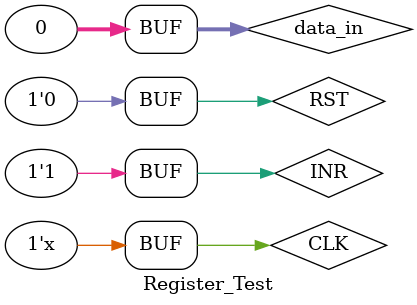
<source format=v>
`timescale 1ns / 1ps


module Register_Test();
    reg CLK,RST,INR;
reg [31:0]data_in;
wire [31:0]data_out;

always #10 CLK <= ~CLK;
initial begin
CLK <= 0;
RST <= 1;
INR <= 1;
#25
RST <= 0;
INR <= 1;
data_in <= 32'h11111111;
#25
RST <= 0;
INR <= 0;
data_in <= 32'h00000000;
#25
RST <= 0;
INR <= 1;
end

Register test(data_in,data_out,CLK,RST,INR);
endmodule

</source>
